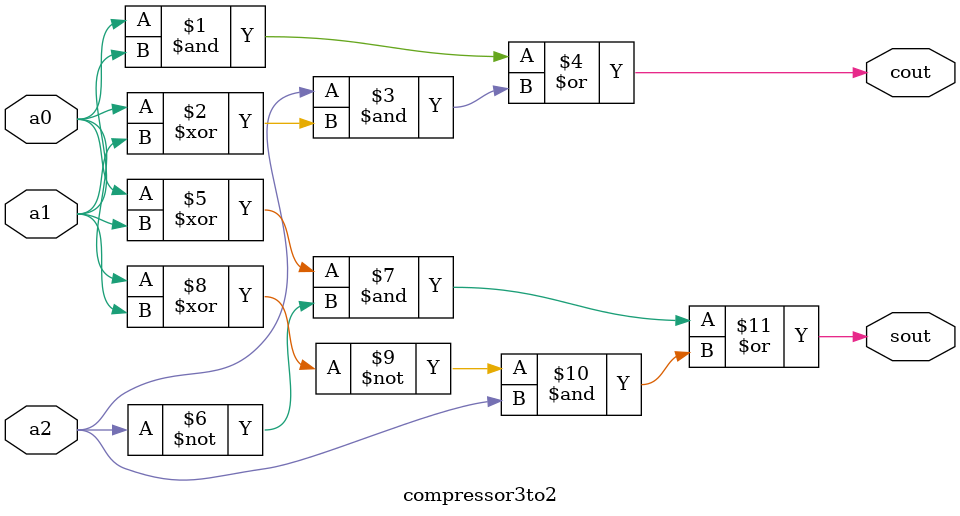
<source format=v>

module compressor3to2(
  input a0,
  input a1,
  input a2,
  output sout,
  output cout
);
  
  assign cout = (a0 & a1) | (a2 & (a0 ^ a1));
  assign sout = ((a0 ^ a1) & (~a2)) | ((~(a0 ^ a1)) & a2);
  
endmodule
</source>
